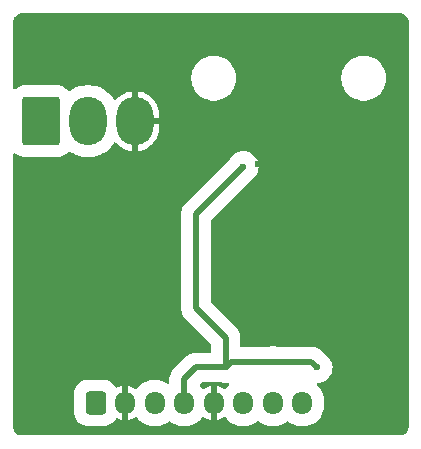
<source format=gbr>
%TF.GenerationSoftware,KiCad,Pcbnew,8.0.5*%
%TF.CreationDate,2024-12-09T20:18:44-08:00*%
%TF.ProjectId,Motor_Adapt_C,4d6f746f-725f-4416-9461-70745f432e6b,rev?*%
%TF.SameCoordinates,Original*%
%TF.FileFunction,Copper,L2,Bot*%
%TF.FilePolarity,Positive*%
%FSLAX46Y46*%
G04 Gerber Fmt 4.6, Leading zero omitted, Abs format (unit mm)*
G04 Created by KiCad (PCBNEW 8.0.5) date 2024-12-09 20:18:44*
%MOMM*%
%LPD*%
G01*
G04 APERTURE LIST*
G04 Aperture macros list*
%AMRoundRect*
0 Rectangle with rounded corners*
0 $1 Rounding radius*
0 $2 $3 $4 $5 $6 $7 $8 $9 X,Y pos of 4 corners*
0 Add a 4 corners polygon primitive as box body*
4,1,4,$2,$3,$4,$5,$6,$7,$8,$9,$2,$3,0*
0 Add four circle primitives for the rounded corners*
1,1,$1+$1,$2,$3*
1,1,$1+$1,$4,$5*
1,1,$1+$1,$6,$7*
1,1,$1+$1,$8,$9*
0 Add four rect primitives between the rounded corners*
20,1,$1+$1,$2,$3,$4,$5,0*
20,1,$1+$1,$4,$5,$6,$7,0*
20,1,$1+$1,$6,$7,$8,$9,0*
20,1,$1+$1,$8,$9,$2,$3,0*%
G04 Aperture macros list end*
%TA.AperFunction,ComponentPad*%
%ADD10RoundRect,0.250000X-1.330000X-1.800000X1.330000X-1.800000X1.330000X1.800000X-1.330000X1.800000X0*%
%TD*%
%TA.AperFunction,ComponentPad*%
%ADD11O,3.160000X4.100000*%
%TD*%
%TA.AperFunction,ComponentPad*%
%ADD12RoundRect,0.250000X-0.600000X-0.725000X0.600000X-0.725000X0.600000X0.725000X-0.600000X0.725000X0*%
%TD*%
%TA.AperFunction,ComponentPad*%
%ADD13O,1.700000X1.950000*%
%TD*%
%TA.AperFunction,ViaPad*%
%ADD14C,0.600000*%
%TD*%
%TA.AperFunction,Conductor*%
%ADD15C,0.500000*%
%TD*%
G04 APERTURE END LIST*
D10*
%TO.P,J3,1,Pin_1*%
%TO.N,/Sin*%
X31390000Y-53655000D03*
D11*
%TO.P,J3,2,Pin_2*%
%TO.N,/Cos*%
X35350000Y-53655000D03*
%TO.P,J3,3,Pin_3*%
%TO.N,GND*%
X39310000Y-53655000D03*
%TD*%
D12*
%TO.P,J1,1,Pin_1*%
%TO.N,/Sin*%
X36000000Y-77500000D03*
D13*
%TO.P,J1,2,Pin_2*%
%TO.N,GND*%
X38500000Y-77500000D03*
%TO.P,J1,3,Pin_3*%
%TO.N,/Cos*%
X41000000Y-77500000D03*
%TO.P,J1,4,Pin_4*%
%TO.N,+5V*%
X43500000Y-77500000D03*
%TO.P,J1,5,Pin_5*%
%TO.N,GND*%
X46000000Y-77500000D03*
%TO.P,J1,6,Pin_6*%
%TO.N,/MC_A*%
X48500000Y-77500000D03*
%TO.P,J1,7,Pin_7*%
%TO.N,/MC_B*%
X51000000Y-77500000D03*
%TO.P,J1,8,Pin_8*%
%TO.N,/MC_I*%
X53500000Y-77500000D03*
%TD*%
D14*
%TO.N,GND*%
X55750000Y-46500000D03*
X38250000Y-71000000D03*
X55750000Y-57000000D03*
X48000000Y-53500000D03*
X38250000Y-74750000D03*
X51750000Y-70250000D03*
X59750000Y-66500000D03*
X55750000Y-53750000D03*
X35250000Y-47750000D03*
X48000000Y-46500000D03*
X30750000Y-71000000D03*
X42500000Y-71750000D03*
X30750000Y-66500000D03*
X49750000Y-57250000D03*
X59750000Y-74750000D03*
X48000000Y-70250000D03*
X51750000Y-57250000D03*
X38250000Y-66500000D03*
X53750000Y-57250000D03*
X30750000Y-74750000D03*
X59750000Y-71000000D03*
%TO.N,+5V*%
X54750000Y-74500000D03*
X51000000Y-74000000D03*
X48500000Y-57500000D03*
X47000000Y-74500000D03*
%TD*%
D15*
%TO.N,+5V*%
X44500000Y-74500000D02*
X47000000Y-74500000D01*
X43500000Y-75500000D02*
X44500000Y-74500000D01*
X44500000Y-69500000D02*
X47000000Y-72000000D01*
X47000000Y-72000000D02*
X47000000Y-74500000D01*
X43500000Y-77500000D02*
X43500000Y-75500000D01*
X47000000Y-74500000D02*
X47500000Y-74000000D01*
X44500000Y-61500000D02*
X44500000Y-69500000D01*
X54250000Y-74000000D02*
X54750000Y-74500000D01*
X47500000Y-74000000D02*
X51000000Y-74000000D01*
X48500000Y-57500000D02*
X44500000Y-61500000D01*
X54250000Y-74000000D02*
X51000000Y-74000000D01*
%TD*%
%TA.AperFunction,Conductor*%
%TO.N,GND*%
G36*
X46657949Y-75754724D02*
G01*
X46773308Y-75785635D01*
X46921327Y-75798585D01*
X46999998Y-75805468D01*
X47000000Y-75805468D01*
X47000001Y-75805468D01*
X47013719Y-75804267D01*
X47156527Y-75791773D01*
X47225024Y-75805539D01*
X47275207Y-75854154D01*
X47291141Y-75922183D01*
X47267766Y-75988026D01*
X47255014Y-76002982D01*
X47105735Y-76152261D01*
X47003186Y-76285906D01*
X46946758Y-76327108D01*
X46877012Y-76331263D01*
X46831925Y-76310737D01*
X46707557Y-76220379D01*
X46518215Y-76123903D01*
X46316124Y-76058241D01*
X46250000Y-76047768D01*
X46250000Y-77095854D01*
X46183343Y-77057370D01*
X46062535Y-77025000D01*
X45937465Y-77025000D01*
X45816657Y-77057370D01*
X45750000Y-77095854D01*
X45750000Y-76047768D01*
X45749999Y-76047768D01*
X45683875Y-76058241D01*
X45481784Y-76123903D01*
X45292442Y-76220379D01*
X45168074Y-76310737D01*
X45102267Y-76334217D01*
X45034214Y-76318391D01*
X44996813Y-76285905D01*
X44894266Y-76152263D01*
X44894260Y-76152256D01*
X44842919Y-76100915D01*
X44809434Y-76039592D01*
X44814418Y-75969900D01*
X44842914Y-75925558D01*
X44981656Y-75786816D01*
X45042979Y-75753334D01*
X45069336Y-75750500D01*
X46625857Y-75750500D01*
X46657949Y-75754724D01*
G37*
%TD.AperFunction*%
%TA.AperFunction,Conductor*%
G36*
X61756061Y-44501097D02*
G01*
X61766635Y-44502138D01*
X61884069Y-44513704D01*
X61907897Y-44518443D01*
X62025140Y-44554008D01*
X62047589Y-44563308D01*
X62155630Y-44621057D01*
X62175840Y-44634561D01*
X62270535Y-44712274D01*
X62287725Y-44729464D01*
X62365438Y-44824159D01*
X62378942Y-44844369D01*
X62436690Y-44952407D01*
X62445993Y-44974865D01*
X62481554Y-45092093D01*
X62486296Y-45115935D01*
X62498903Y-45243938D01*
X62499500Y-45256092D01*
X62499500Y-79493907D01*
X62498903Y-79506061D01*
X62486296Y-79634064D01*
X62481554Y-79657906D01*
X62445993Y-79775134D01*
X62436690Y-79797592D01*
X62378942Y-79905630D01*
X62365438Y-79925840D01*
X62287725Y-80020535D01*
X62270535Y-80037725D01*
X62175840Y-80115438D01*
X62155630Y-80128942D01*
X62047592Y-80186690D01*
X62025134Y-80195993D01*
X61907906Y-80231554D01*
X61884064Y-80236296D01*
X61756062Y-80248903D01*
X61743908Y-80249500D01*
X29756092Y-80249500D01*
X29743938Y-80248903D01*
X29615935Y-80236296D01*
X29592095Y-80231554D01*
X29474864Y-80195992D01*
X29452407Y-80186690D01*
X29344369Y-80128942D01*
X29324159Y-80115438D01*
X29229464Y-80037725D01*
X29212274Y-80020535D01*
X29134561Y-79925840D01*
X29121057Y-79905630D01*
X29063308Y-79797589D01*
X29054008Y-79775140D01*
X29018443Y-79657897D01*
X29013704Y-79634069D01*
X29001097Y-79506060D01*
X29000500Y-79493907D01*
X29000500Y-76710777D01*
X34149500Y-76710777D01*
X34149500Y-78289208D01*
X34149501Y-78289223D01*
X34159904Y-78421413D01*
X34159905Y-78421420D01*
X34214902Y-78639678D01*
X34214903Y-78639681D01*
X34307991Y-78844622D01*
X34307997Y-78844632D01*
X34436174Y-79029645D01*
X34436178Y-79029650D01*
X34436181Y-79029654D01*
X34595346Y-79188819D01*
X34595350Y-79188822D01*
X34595354Y-79188825D01*
X34734603Y-79285297D01*
X34780374Y-79317007D01*
X34985317Y-79410096D01*
X34985321Y-79410097D01*
X35203579Y-79465094D01*
X35203581Y-79465094D01*
X35203588Y-79465096D01*
X35335783Y-79475500D01*
X36664216Y-79475499D01*
X36796412Y-79465096D01*
X37014683Y-79410096D01*
X37219626Y-79317007D01*
X37404654Y-79188819D01*
X37563819Y-79029654D01*
X37689801Y-78847809D01*
X37744159Y-78803913D01*
X37813621Y-78796374D01*
X37848024Y-78807942D01*
X37981775Y-78876092D01*
X37981779Y-78876094D01*
X38183871Y-78941757D01*
X38250000Y-78952231D01*
X38250000Y-77904145D01*
X38316657Y-77942630D01*
X38437465Y-77975000D01*
X38562535Y-77975000D01*
X38683343Y-77942630D01*
X38750000Y-77904145D01*
X38750000Y-78952230D01*
X38816126Y-78941757D01*
X38816129Y-78941757D01*
X39018217Y-78876095D01*
X39207554Y-78779622D01*
X39331924Y-78689262D01*
X39397730Y-78665782D01*
X39465784Y-78681607D01*
X39503186Y-78714094D01*
X39605733Y-78847736D01*
X39605739Y-78847743D01*
X39777256Y-79019260D01*
X39777263Y-79019266D01*
X39825485Y-79056268D01*
X39969711Y-79166936D01*
X40179788Y-79288224D01*
X40403900Y-79381054D01*
X40638211Y-79443838D01*
X40818586Y-79467584D01*
X40878711Y-79475500D01*
X40878712Y-79475500D01*
X41121289Y-79475500D01*
X41169388Y-79469167D01*
X41361789Y-79443838D01*
X41596100Y-79381054D01*
X41820212Y-79288224D01*
X42030289Y-79166936D01*
X42174516Y-79056266D01*
X42239683Y-79031074D01*
X42308127Y-79045112D01*
X42325476Y-79056261D01*
X42469711Y-79166936D01*
X42679788Y-79288224D01*
X42903900Y-79381054D01*
X43138211Y-79443838D01*
X43318586Y-79467584D01*
X43378711Y-79475500D01*
X43378712Y-79475500D01*
X43621289Y-79475500D01*
X43669388Y-79469167D01*
X43861789Y-79443838D01*
X44096100Y-79381054D01*
X44320212Y-79288224D01*
X44530289Y-79166936D01*
X44722738Y-79019265D01*
X44894265Y-78847738D01*
X44996813Y-78714093D01*
X45053240Y-78672891D01*
X45122986Y-78668736D01*
X45168074Y-78689262D01*
X45292442Y-78779620D01*
X45481782Y-78876095D01*
X45683871Y-78941757D01*
X45750000Y-78952231D01*
X45750000Y-77904145D01*
X45816657Y-77942630D01*
X45937465Y-77975000D01*
X46062535Y-77975000D01*
X46183343Y-77942630D01*
X46250000Y-77904145D01*
X46250000Y-78952230D01*
X46316126Y-78941757D01*
X46316129Y-78941757D01*
X46518217Y-78876095D01*
X46707554Y-78779622D01*
X46831924Y-78689262D01*
X46897730Y-78665782D01*
X46965784Y-78681607D01*
X47003186Y-78714094D01*
X47105733Y-78847736D01*
X47105739Y-78847743D01*
X47277256Y-79019260D01*
X47277263Y-79019266D01*
X47325485Y-79056268D01*
X47469711Y-79166936D01*
X47679788Y-79288224D01*
X47903900Y-79381054D01*
X48138211Y-79443838D01*
X48318586Y-79467584D01*
X48378711Y-79475500D01*
X48378712Y-79475500D01*
X48621289Y-79475500D01*
X48669388Y-79469167D01*
X48861789Y-79443838D01*
X49096100Y-79381054D01*
X49320212Y-79288224D01*
X49530289Y-79166936D01*
X49674516Y-79056266D01*
X49739683Y-79031074D01*
X49808127Y-79045112D01*
X49825476Y-79056261D01*
X49969711Y-79166936D01*
X50179788Y-79288224D01*
X50403900Y-79381054D01*
X50638211Y-79443838D01*
X50818586Y-79467584D01*
X50878711Y-79475500D01*
X50878712Y-79475500D01*
X51121289Y-79475500D01*
X51169388Y-79469167D01*
X51361789Y-79443838D01*
X51596100Y-79381054D01*
X51820212Y-79288224D01*
X52030289Y-79166936D01*
X52174516Y-79056266D01*
X52239683Y-79031074D01*
X52308127Y-79045112D01*
X52325476Y-79056261D01*
X52469711Y-79166936D01*
X52679788Y-79288224D01*
X52903900Y-79381054D01*
X53138211Y-79443838D01*
X53318586Y-79467584D01*
X53378711Y-79475500D01*
X53378712Y-79475500D01*
X53621289Y-79475500D01*
X53669388Y-79469167D01*
X53861789Y-79443838D01*
X54096100Y-79381054D01*
X54320212Y-79288224D01*
X54530289Y-79166936D01*
X54722738Y-79019265D01*
X54894265Y-78847738D01*
X55041936Y-78655289D01*
X55163224Y-78445212D01*
X55256054Y-78221100D01*
X55318838Y-77986789D01*
X55350500Y-77746288D01*
X55350500Y-77253712D01*
X55318838Y-77013211D01*
X55256054Y-76778900D01*
X55163224Y-76554788D01*
X55041936Y-76344711D01*
X54934697Y-76204954D01*
X54894266Y-76152263D01*
X54894260Y-76152256D01*
X54751798Y-76009794D01*
X54718313Y-75948471D01*
X54723297Y-75878779D01*
X54765169Y-75822846D01*
X54828671Y-75798585D01*
X54976692Y-75785635D01*
X55196496Y-75726739D01*
X55402734Y-75630568D01*
X55589139Y-75500047D01*
X55750047Y-75339139D01*
X55880568Y-75152734D01*
X55976739Y-74946496D01*
X56035635Y-74726692D01*
X56055468Y-74500000D01*
X56035635Y-74273308D01*
X55976739Y-74053504D01*
X55880568Y-73847266D01*
X55750047Y-73660861D01*
X55750045Y-73660858D01*
X55589141Y-73499954D01*
X55402731Y-73369430D01*
X55402730Y-73369429D01*
X55394762Y-73365714D01*
X55359488Y-73341014D01*
X55064648Y-73046174D01*
X55064646Y-73046172D01*
X54905405Y-72930476D01*
X54730030Y-72841117D01*
X54542826Y-72780290D01*
X54348422Y-72749500D01*
X54348417Y-72749500D01*
X51374143Y-72749500D01*
X51342050Y-72745275D01*
X51226697Y-72714366D01*
X51226693Y-72714365D01*
X51226692Y-72714365D01*
X51226691Y-72714364D01*
X51226686Y-72714364D01*
X51000002Y-72694532D01*
X50999998Y-72694532D01*
X50773313Y-72714364D01*
X50773302Y-72714366D01*
X50657950Y-72745275D01*
X50625857Y-72749500D01*
X48374500Y-72749500D01*
X48307461Y-72729815D01*
X48261706Y-72677011D01*
X48250500Y-72625500D01*
X48250500Y-71901577D01*
X48232586Y-71788483D01*
X48219709Y-71707174D01*
X48219708Y-71707170D01*
X48219708Y-71707169D01*
X48160391Y-71524612D01*
X48159329Y-71520847D01*
X48069523Y-71344594D01*
X47953828Y-71185354D01*
X45786819Y-69018345D01*
X45753334Y-68957022D01*
X45750500Y-68930664D01*
X45750500Y-62069335D01*
X45770185Y-62002296D01*
X45786814Y-61981659D01*
X49109490Y-58658982D01*
X49144762Y-58634285D01*
X49152734Y-58630568D01*
X49339139Y-58500047D01*
X49500047Y-58339139D01*
X49630568Y-58152734D01*
X49726739Y-57946496D01*
X49785635Y-57726692D01*
X49805468Y-57500000D01*
X49785635Y-57273308D01*
X49726739Y-57053504D01*
X49630568Y-56847266D01*
X49524017Y-56695094D01*
X49500045Y-56660858D01*
X49339141Y-56499954D01*
X49152734Y-56369432D01*
X49152732Y-56369431D01*
X48946497Y-56273261D01*
X48946488Y-56273258D01*
X48726697Y-56214366D01*
X48726693Y-56214365D01*
X48726692Y-56214365D01*
X48726691Y-56214364D01*
X48726686Y-56214364D01*
X48500002Y-56194532D01*
X48499998Y-56194532D01*
X48273313Y-56214364D01*
X48273302Y-56214366D01*
X48053511Y-56273258D01*
X48053502Y-56273261D01*
X47847267Y-56369431D01*
X47847265Y-56369432D01*
X47660858Y-56499954D01*
X47499954Y-56660858D01*
X47369432Y-56847264D01*
X47365712Y-56855242D01*
X47341015Y-56890509D01*
X43546174Y-60685351D01*
X43546172Y-60685354D01*
X43496485Y-60753741D01*
X43430476Y-60844594D01*
X43340669Y-61020851D01*
X43339608Y-61024612D01*
X43280291Y-61207169D01*
X43280291Y-61207172D01*
X43249500Y-61401577D01*
X43249500Y-69598422D01*
X43280290Y-69792826D01*
X43341117Y-69980030D01*
X43430476Y-70155405D01*
X43546172Y-70314646D01*
X43546174Y-70314648D01*
X45713181Y-72481655D01*
X45746666Y-72542978D01*
X45749500Y-72569336D01*
X45749500Y-73125500D01*
X45729815Y-73192539D01*
X45677011Y-73238294D01*
X45625500Y-73249500D01*
X44401578Y-73249500D01*
X44251560Y-73273261D01*
X44251559Y-73273261D01*
X44207178Y-73280289D01*
X44207177Y-73280290D01*
X44019972Y-73341117D01*
X43844594Y-73430476D01*
X43753742Y-73496484D01*
X43685355Y-73546171D01*
X43685353Y-73546173D01*
X43685352Y-73546173D01*
X42546174Y-74685351D01*
X42546174Y-74685352D01*
X42546172Y-74685354D01*
X42496485Y-74753741D01*
X42430476Y-74844594D01*
X42340669Y-75020851D01*
X42339608Y-75024612D01*
X42280291Y-75207169D01*
X42280291Y-75207172D01*
X42249500Y-75401577D01*
X42249500Y-75749823D01*
X42229815Y-75816862D01*
X42177011Y-75862617D01*
X42107853Y-75872561D01*
X42050014Y-75848199D01*
X42030293Y-75833067D01*
X42030292Y-75833066D01*
X42030289Y-75833064D01*
X41820212Y-75711776D01*
X41820205Y-75711773D01*
X41596104Y-75618947D01*
X41361785Y-75556161D01*
X41121289Y-75524500D01*
X41121288Y-75524500D01*
X40878712Y-75524500D01*
X40878711Y-75524500D01*
X40638214Y-75556161D01*
X40403895Y-75618947D01*
X40179794Y-75711773D01*
X40179785Y-75711777D01*
X39969706Y-75833067D01*
X39777263Y-75980733D01*
X39777256Y-75980739D01*
X39605739Y-76152256D01*
X39503186Y-76285906D01*
X39446758Y-76327108D01*
X39377012Y-76331263D01*
X39331925Y-76310737D01*
X39207557Y-76220379D01*
X39018215Y-76123903D01*
X38816124Y-76058241D01*
X38750000Y-76047768D01*
X38750000Y-77095854D01*
X38683343Y-77057370D01*
X38562535Y-77025000D01*
X38437465Y-77025000D01*
X38316657Y-77057370D01*
X38250000Y-77095854D01*
X38250000Y-76047768D01*
X38249999Y-76047768D01*
X38183875Y-76058241D01*
X37981784Y-76123903D01*
X37848024Y-76192058D01*
X37779355Y-76204954D01*
X37714614Y-76178678D01*
X37689801Y-76152189D01*
X37563825Y-75970354D01*
X37563822Y-75970350D01*
X37563819Y-75970346D01*
X37404654Y-75811181D01*
X37404650Y-75811178D01*
X37404645Y-75811174D01*
X37219632Y-75682997D01*
X37219630Y-75682995D01*
X37219626Y-75682993D01*
X37078621Y-75618946D01*
X37014681Y-75589903D01*
X37014678Y-75589902D01*
X36796420Y-75534905D01*
X36796413Y-75534904D01*
X36752347Y-75531436D01*
X36664217Y-75524500D01*
X36664215Y-75524500D01*
X35335791Y-75524500D01*
X35335776Y-75524501D01*
X35203586Y-75534904D01*
X35203579Y-75534905D01*
X34985321Y-75589902D01*
X34985318Y-75589903D01*
X34780377Y-75682991D01*
X34780367Y-75682997D01*
X34595354Y-75811174D01*
X34595342Y-75811184D01*
X34436184Y-75970342D01*
X34436174Y-75970354D01*
X34307997Y-76155367D01*
X34307991Y-76155377D01*
X34214903Y-76360318D01*
X34214902Y-76360321D01*
X34159905Y-76578579D01*
X34159904Y-76578586D01*
X34149500Y-76710777D01*
X29000500Y-76710777D01*
X29000500Y-56463335D01*
X29020185Y-56396296D01*
X29072989Y-56350541D01*
X29142147Y-56340597D01*
X29205703Y-56369622D01*
X29212181Y-56375654D01*
X29255346Y-56418819D01*
X29255350Y-56418822D01*
X29255354Y-56418825D01*
X29319601Y-56463335D01*
X29440374Y-56547007D01*
X29645317Y-56640096D01*
X29645321Y-56640097D01*
X29863579Y-56695094D01*
X29863581Y-56695094D01*
X29863588Y-56695096D01*
X29995783Y-56705500D01*
X32784216Y-56705499D01*
X32916412Y-56695096D01*
X33134683Y-56640096D01*
X33339626Y-56547007D01*
X33524654Y-56418819D01*
X33683819Y-56259654D01*
X33687388Y-56255379D01*
X33689315Y-56256988D01*
X33735349Y-56219769D01*
X33804806Y-56212188D01*
X33851079Y-56231593D01*
X33851440Y-56231020D01*
X33854386Y-56232871D01*
X34099797Y-56387073D01*
X34360929Y-56512828D01*
X34634500Y-56608554D01*
X34917069Y-56673049D01*
X34917078Y-56673050D01*
X34917083Y-56673051D01*
X35109077Y-56694683D01*
X35205076Y-56705499D01*
X35205079Y-56705500D01*
X35205082Y-56705500D01*
X35494921Y-56705500D01*
X35494922Y-56705499D01*
X35642111Y-56688915D01*
X35782916Y-56673051D01*
X35782919Y-56673050D01*
X35782931Y-56673049D01*
X36065500Y-56608554D01*
X36339071Y-56512828D01*
X36600203Y-56387073D01*
X36845614Y-56232871D01*
X37072217Y-56052161D01*
X37277161Y-55847217D01*
X37457871Y-55620614D01*
X37533192Y-55500740D01*
X37585525Y-55454450D01*
X37654578Y-55443801D01*
X37718427Y-55472176D01*
X37736561Y-55491227D01*
X37742821Y-55499385D01*
X37742826Y-55499391D01*
X37935609Y-55692174D01*
X37935617Y-55692181D01*
X38151933Y-55858168D01*
X38388062Y-55994496D01*
X38388072Y-55994500D01*
X38639970Y-56098840D01*
X38903344Y-56169411D01*
X39060000Y-56190034D01*
X39060000Y-54471480D01*
X39062064Y-54472335D01*
X39226282Y-54505000D01*
X39393718Y-54505000D01*
X39557936Y-54472335D01*
X39560000Y-54471480D01*
X39560000Y-56190033D01*
X39716655Y-56169411D01*
X39980029Y-56098840D01*
X40231927Y-55994500D01*
X40231937Y-55994496D01*
X40468066Y-55858168D01*
X40684382Y-55692181D01*
X40684391Y-55692174D01*
X40877174Y-55499391D01*
X40877181Y-55499382D01*
X41043168Y-55283066D01*
X41179496Y-55046937D01*
X41179500Y-55046927D01*
X41283840Y-54795029D01*
X41354411Y-54531655D01*
X41390000Y-54261330D01*
X41390000Y-53905000D01*
X40126480Y-53905000D01*
X40127335Y-53902936D01*
X40160000Y-53738718D01*
X40160000Y-53571282D01*
X40127335Y-53407064D01*
X40126480Y-53405000D01*
X41390000Y-53405000D01*
X41390000Y-53048669D01*
X41354411Y-52778344D01*
X41283840Y-52514970D01*
X41179500Y-52263072D01*
X41179496Y-52263062D01*
X41043168Y-52026933D01*
X40877181Y-51810617D01*
X40877174Y-51810609D01*
X40684391Y-51617826D01*
X40684382Y-51617818D01*
X40468066Y-51451831D01*
X40231937Y-51315503D01*
X40231927Y-51315499D01*
X39980029Y-51211159D01*
X39716655Y-51140588D01*
X39560000Y-51119963D01*
X39560000Y-52838519D01*
X39557936Y-52837665D01*
X39393718Y-52805000D01*
X39226282Y-52805000D01*
X39062064Y-52837665D01*
X39060000Y-52838519D01*
X39060000Y-51119963D01*
X39059999Y-51119963D01*
X38903344Y-51140588D01*
X38639970Y-51211159D01*
X38388072Y-51315499D01*
X38388062Y-51315503D01*
X38151933Y-51451831D01*
X37935617Y-51617818D01*
X37935609Y-51617825D01*
X37742823Y-51810612D01*
X37742815Y-51810622D01*
X37736555Y-51818779D01*
X37680124Y-51859977D01*
X37610377Y-51864127D01*
X37549460Y-51829910D01*
X37533191Y-51809257D01*
X37469673Y-51708169D01*
X37457871Y-51689386D01*
X37277161Y-51462783D01*
X37072217Y-51257839D01*
X37069636Y-51255781D01*
X36899326Y-51119963D01*
X36845614Y-51077129D01*
X36600203Y-50922927D01*
X36600200Y-50922925D01*
X36339072Y-50797172D01*
X36065501Y-50701446D01*
X36065499Y-50701445D01*
X35847425Y-50651671D01*
X35782931Y-50636951D01*
X35782928Y-50636950D01*
X35782916Y-50636948D01*
X35494924Y-50604500D01*
X35494918Y-50604500D01*
X35205082Y-50604500D01*
X35205075Y-50604500D01*
X34917083Y-50636948D01*
X34917069Y-50636951D01*
X34634500Y-50701445D01*
X34634498Y-50701446D01*
X34360927Y-50797172D01*
X34099799Y-50922925D01*
X33851440Y-51078980D01*
X33850941Y-51078187D01*
X33788665Y-51099616D01*
X33720794Y-51083022D01*
X33688779Y-51053467D01*
X33687392Y-51054626D01*
X33683822Y-51050350D01*
X33683819Y-51050346D01*
X33524654Y-50891181D01*
X33524650Y-50891178D01*
X33524645Y-50891174D01*
X33339632Y-50762997D01*
X33339630Y-50762995D01*
X33339626Y-50762993D01*
X33204125Y-50701446D01*
X33134681Y-50669903D01*
X33134678Y-50669902D01*
X32916420Y-50614905D01*
X32916413Y-50614904D01*
X32872347Y-50611436D01*
X32784217Y-50604500D01*
X32784215Y-50604500D01*
X29995791Y-50604500D01*
X29995776Y-50604501D01*
X29863586Y-50614904D01*
X29863579Y-50614905D01*
X29645321Y-50669902D01*
X29645318Y-50669903D01*
X29440377Y-50762991D01*
X29440367Y-50762997D01*
X29255354Y-50891174D01*
X29255342Y-50891184D01*
X29212181Y-50934346D01*
X29150858Y-50967831D01*
X29081166Y-50962847D01*
X29025233Y-50920975D01*
X29000816Y-50855511D01*
X29000500Y-50846665D01*
X29000500Y-49875441D01*
X44099500Y-49875441D01*
X44099500Y-50124558D01*
X44099501Y-50124575D01*
X44132017Y-50371561D01*
X44196498Y-50612207D01*
X44291830Y-50842361D01*
X44291837Y-50842376D01*
X44416400Y-51058126D01*
X44568060Y-51255774D01*
X44568066Y-51255781D01*
X44744218Y-51431933D01*
X44744225Y-51431939D01*
X44941873Y-51583599D01*
X45157623Y-51708162D01*
X45157638Y-51708169D01*
X45256825Y-51749253D01*
X45387793Y-51803502D01*
X45628435Y-51867982D01*
X45875435Y-51900500D01*
X45875442Y-51900500D01*
X46124558Y-51900500D01*
X46124565Y-51900500D01*
X46371565Y-51867982D01*
X46612207Y-51803502D01*
X46842373Y-51708164D01*
X47058127Y-51583599D01*
X47255776Y-51431938D01*
X47431938Y-51255776D01*
X47583599Y-51058127D01*
X47708164Y-50842373D01*
X47803502Y-50612207D01*
X47867982Y-50371565D01*
X47900500Y-50124565D01*
X47900500Y-49875441D01*
X56799500Y-49875441D01*
X56799500Y-50124558D01*
X56799501Y-50124575D01*
X56832017Y-50371561D01*
X56896498Y-50612207D01*
X56991830Y-50842361D01*
X56991837Y-50842376D01*
X57116400Y-51058126D01*
X57268060Y-51255774D01*
X57268066Y-51255781D01*
X57444218Y-51431933D01*
X57444225Y-51431939D01*
X57641873Y-51583599D01*
X57857623Y-51708162D01*
X57857638Y-51708169D01*
X57956825Y-51749253D01*
X58087793Y-51803502D01*
X58328435Y-51867982D01*
X58575435Y-51900500D01*
X58575442Y-51900500D01*
X58824558Y-51900500D01*
X58824565Y-51900500D01*
X59071565Y-51867982D01*
X59312207Y-51803502D01*
X59542373Y-51708164D01*
X59758127Y-51583599D01*
X59955776Y-51431938D01*
X60131938Y-51255776D01*
X60283599Y-51058127D01*
X60408164Y-50842373D01*
X60503502Y-50612207D01*
X60567982Y-50371565D01*
X60600500Y-50124565D01*
X60600500Y-49875435D01*
X60567982Y-49628435D01*
X60503502Y-49387793D01*
X60408164Y-49157627D01*
X60283599Y-48941873D01*
X60131938Y-48744224D01*
X60131933Y-48744218D01*
X59955781Y-48568066D01*
X59955774Y-48568060D01*
X59758126Y-48416400D01*
X59542376Y-48291837D01*
X59542361Y-48291830D01*
X59312207Y-48196498D01*
X59071561Y-48132017D01*
X58824575Y-48099501D01*
X58824570Y-48099500D01*
X58824565Y-48099500D01*
X58575435Y-48099500D01*
X58575429Y-48099500D01*
X58575424Y-48099501D01*
X58328438Y-48132017D01*
X58087792Y-48196498D01*
X57857638Y-48291830D01*
X57857623Y-48291837D01*
X57641873Y-48416400D01*
X57444225Y-48568060D01*
X57444218Y-48568066D01*
X57268066Y-48744218D01*
X57268060Y-48744225D01*
X57116400Y-48941873D01*
X56991837Y-49157623D01*
X56991830Y-49157638D01*
X56896498Y-49387792D01*
X56832017Y-49628438D01*
X56799501Y-49875424D01*
X56799500Y-49875441D01*
X47900500Y-49875441D01*
X47900500Y-49875435D01*
X47867982Y-49628435D01*
X47803502Y-49387793D01*
X47708164Y-49157627D01*
X47583599Y-48941873D01*
X47431938Y-48744224D01*
X47431933Y-48744218D01*
X47255781Y-48568066D01*
X47255774Y-48568060D01*
X47058126Y-48416400D01*
X46842376Y-48291837D01*
X46842361Y-48291830D01*
X46612207Y-48196498D01*
X46371561Y-48132017D01*
X46124575Y-48099501D01*
X46124570Y-48099500D01*
X46124565Y-48099500D01*
X45875435Y-48099500D01*
X45875429Y-48099500D01*
X45875424Y-48099501D01*
X45628438Y-48132017D01*
X45387792Y-48196498D01*
X45157638Y-48291830D01*
X45157623Y-48291837D01*
X44941873Y-48416400D01*
X44744225Y-48568060D01*
X44744218Y-48568066D01*
X44568066Y-48744218D01*
X44568060Y-48744225D01*
X44416400Y-48941873D01*
X44291837Y-49157623D01*
X44291830Y-49157638D01*
X44196498Y-49387792D01*
X44132017Y-49628438D01*
X44099501Y-49875424D01*
X44099500Y-49875441D01*
X29000500Y-49875441D01*
X29000500Y-45256092D01*
X29001097Y-45243939D01*
X29002015Y-45234614D01*
X29013704Y-45115928D01*
X29018442Y-45092104D01*
X29054010Y-44974855D01*
X29063306Y-44952413D01*
X29121061Y-44844363D01*
X29134556Y-44824165D01*
X29212279Y-44729458D01*
X29229458Y-44712279D01*
X29324165Y-44634556D01*
X29344363Y-44621061D01*
X29452413Y-44563306D01*
X29474855Y-44554010D01*
X29592104Y-44518442D01*
X29615928Y-44513704D01*
X29734614Y-44502015D01*
X29743939Y-44501097D01*
X29756092Y-44500500D01*
X29815892Y-44500500D01*
X61684108Y-44500500D01*
X61743908Y-44500500D01*
X61756061Y-44501097D01*
G37*
%TD.AperFunction*%
%TD*%
M02*

</source>
